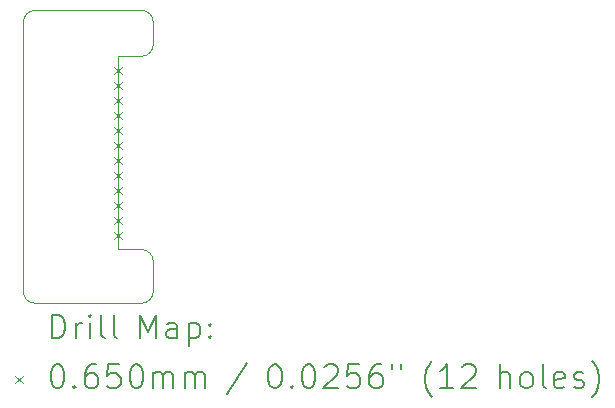
<source format=gbr>
%TF.GenerationSoftware,KiCad,Pcbnew,(7.0.0)*%
%TF.CreationDate,2023-02-28T22:47:43+01:00*%
%TF.ProjectId,N64-DENC-NUS-Adapter-Castellated,4e36342d-4445-44e4-932d-4e55532d4164,rev?*%
%TF.SameCoordinates,Original*%
%TF.FileFunction,Drillmap*%
%TF.FilePolarity,Positive*%
%FSLAX45Y45*%
G04 Gerber Fmt 4.5, Leading zero omitted, Abs format (unit mm)*
G04 Created by KiCad (PCBNEW (7.0.0)) date 2023-02-28 22:47:43*
%MOMM*%
%LPD*%
G01*
G04 APERTURE LIST*
%ADD10C,0.100000*%
%ADD11C,0.200000*%
%ADD12C,0.065000*%
G04 APERTURE END LIST*
D10*
X19300000Y-10610000D02*
G75*
G03*
X19400000Y-10510000I0J100000D01*
G01*
X18300000Y-10510000D02*
X18300000Y-8230000D01*
X18300000Y-10510000D02*
G75*
G03*
X18400000Y-10610000I100000J0D01*
G01*
X19100000Y-8520000D02*
X19100000Y-10155000D01*
X19100000Y-8520000D02*
X19300000Y-8520000D01*
X19400000Y-10255000D02*
X19400000Y-10510000D01*
X19400000Y-8230000D02*
X19400000Y-8420000D01*
X19300000Y-8520000D02*
G75*
G03*
X19400000Y-8420000I0J100000D01*
G01*
X19300000Y-10155000D02*
X19100000Y-10155000D01*
X19400000Y-8230000D02*
G75*
G03*
X19300000Y-8130000I-100000J0D01*
G01*
X18400000Y-8130000D02*
G75*
G03*
X18300000Y-8230000I0J-100000D01*
G01*
X18400000Y-8130000D02*
X19300000Y-8130000D01*
X19300000Y-10610000D02*
X18400000Y-10610000D01*
X19400000Y-10255000D02*
G75*
G03*
X19300000Y-10155000I-100000J0D01*
G01*
D11*
D12*
X19067500Y-8607500D02*
X19132500Y-8672500D01*
X19132500Y-8607500D02*
X19067500Y-8672500D01*
X19067500Y-8734500D02*
X19132500Y-8799500D01*
X19132500Y-8734500D02*
X19067500Y-8799500D01*
X19067500Y-8861500D02*
X19132500Y-8926500D01*
X19132500Y-8861500D02*
X19067500Y-8926500D01*
X19067500Y-8988500D02*
X19132500Y-9053500D01*
X19132500Y-8988500D02*
X19067500Y-9053500D01*
X19067500Y-9115500D02*
X19132500Y-9180500D01*
X19132500Y-9115500D02*
X19067500Y-9180500D01*
X19067500Y-9242500D02*
X19132500Y-9307500D01*
X19132500Y-9242500D02*
X19067500Y-9307500D01*
X19067500Y-9369500D02*
X19132500Y-9434500D01*
X19132500Y-9369500D02*
X19067500Y-9434500D01*
X19067500Y-9496500D02*
X19132500Y-9561500D01*
X19132500Y-9496500D02*
X19067500Y-9561500D01*
X19067500Y-9623500D02*
X19132500Y-9688500D01*
X19132500Y-9623500D02*
X19067500Y-9688500D01*
X19067500Y-9750500D02*
X19132500Y-9815500D01*
X19132500Y-9750500D02*
X19067500Y-9815500D01*
X19067500Y-9877500D02*
X19132500Y-9942500D01*
X19132500Y-9877500D02*
X19067500Y-9942500D01*
X19067500Y-10004500D02*
X19132500Y-10069500D01*
X19132500Y-10004500D02*
X19067500Y-10069500D01*
D11*
X18542619Y-10908476D02*
X18542619Y-10708476D01*
X18542619Y-10708476D02*
X18590238Y-10708476D01*
X18590238Y-10708476D02*
X18618810Y-10718000D01*
X18618810Y-10718000D02*
X18637857Y-10737048D01*
X18637857Y-10737048D02*
X18647381Y-10756095D01*
X18647381Y-10756095D02*
X18656905Y-10794190D01*
X18656905Y-10794190D02*
X18656905Y-10822762D01*
X18656905Y-10822762D02*
X18647381Y-10860857D01*
X18647381Y-10860857D02*
X18637857Y-10879905D01*
X18637857Y-10879905D02*
X18618810Y-10898952D01*
X18618810Y-10898952D02*
X18590238Y-10908476D01*
X18590238Y-10908476D02*
X18542619Y-10908476D01*
X18742619Y-10908476D02*
X18742619Y-10775143D01*
X18742619Y-10813238D02*
X18752143Y-10794190D01*
X18752143Y-10794190D02*
X18761667Y-10784667D01*
X18761667Y-10784667D02*
X18780714Y-10775143D01*
X18780714Y-10775143D02*
X18799762Y-10775143D01*
X18866429Y-10908476D02*
X18866429Y-10775143D01*
X18866429Y-10708476D02*
X18856905Y-10718000D01*
X18856905Y-10718000D02*
X18866429Y-10727524D01*
X18866429Y-10727524D02*
X18875952Y-10718000D01*
X18875952Y-10718000D02*
X18866429Y-10708476D01*
X18866429Y-10708476D02*
X18866429Y-10727524D01*
X18990238Y-10908476D02*
X18971190Y-10898952D01*
X18971190Y-10898952D02*
X18961667Y-10879905D01*
X18961667Y-10879905D02*
X18961667Y-10708476D01*
X19095000Y-10908476D02*
X19075952Y-10898952D01*
X19075952Y-10898952D02*
X19066429Y-10879905D01*
X19066429Y-10879905D02*
X19066429Y-10708476D01*
X19291190Y-10908476D02*
X19291190Y-10708476D01*
X19291190Y-10708476D02*
X19357857Y-10851333D01*
X19357857Y-10851333D02*
X19424524Y-10708476D01*
X19424524Y-10708476D02*
X19424524Y-10908476D01*
X19605476Y-10908476D02*
X19605476Y-10803714D01*
X19605476Y-10803714D02*
X19595952Y-10784667D01*
X19595952Y-10784667D02*
X19576905Y-10775143D01*
X19576905Y-10775143D02*
X19538809Y-10775143D01*
X19538809Y-10775143D02*
X19519762Y-10784667D01*
X19605476Y-10898952D02*
X19586429Y-10908476D01*
X19586429Y-10908476D02*
X19538809Y-10908476D01*
X19538809Y-10908476D02*
X19519762Y-10898952D01*
X19519762Y-10898952D02*
X19510238Y-10879905D01*
X19510238Y-10879905D02*
X19510238Y-10860857D01*
X19510238Y-10860857D02*
X19519762Y-10841810D01*
X19519762Y-10841810D02*
X19538809Y-10832286D01*
X19538809Y-10832286D02*
X19586429Y-10832286D01*
X19586429Y-10832286D02*
X19605476Y-10822762D01*
X19700714Y-10775143D02*
X19700714Y-10975143D01*
X19700714Y-10784667D02*
X19719762Y-10775143D01*
X19719762Y-10775143D02*
X19757857Y-10775143D01*
X19757857Y-10775143D02*
X19776905Y-10784667D01*
X19776905Y-10784667D02*
X19786429Y-10794190D01*
X19786429Y-10794190D02*
X19795952Y-10813238D01*
X19795952Y-10813238D02*
X19795952Y-10870381D01*
X19795952Y-10870381D02*
X19786429Y-10889429D01*
X19786429Y-10889429D02*
X19776905Y-10898952D01*
X19776905Y-10898952D02*
X19757857Y-10908476D01*
X19757857Y-10908476D02*
X19719762Y-10908476D01*
X19719762Y-10908476D02*
X19700714Y-10898952D01*
X19881667Y-10889429D02*
X19891190Y-10898952D01*
X19891190Y-10898952D02*
X19881667Y-10908476D01*
X19881667Y-10908476D02*
X19872143Y-10898952D01*
X19872143Y-10898952D02*
X19881667Y-10889429D01*
X19881667Y-10889429D02*
X19881667Y-10908476D01*
X19881667Y-10784667D02*
X19891190Y-10794190D01*
X19891190Y-10794190D02*
X19881667Y-10803714D01*
X19881667Y-10803714D02*
X19872143Y-10794190D01*
X19872143Y-10794190D02*
X19881667Y-10784667D01*
X19881667Y-10784667D02*
X19881667Y-10803714D01*
D12*
X18230000Y-11222500D02*
X18295000Y-11287500D01*
X18295000Y-11222500D02*
X18230000Y-11287500D01*
D11*
X18580714Y-11128476D02*
X18599762Y-11128476D01*
X18599762Y-11128476D02*
X18618810Y-11138000D01*
X18618810Y-11138000D02*
X18628333Y-11147524D01*
X18628333Y-11147524D02*
X18637857Y-11166571D01*
X18637857Y-11166571D02*
X18647381Y-11204667D01*
X18647381Y-11204667D02*
X18647381Y-11252286D01*
X18647381Y-11252286D02*
X18637857Y-11290381D01*
X18637857Y-11290381D02*
X18628333Y-11309428D01*
X18628333Y-11309428D02*
X18618810Y-11318952D01*
X18618810Y-11318952D02*
X18599762Y-11328476D01*
X18599762Y-11328476D02*
X18580714Y-11328476D01*
X18580714Y-11328476D02*
X18561667Y-11318952D01*
X18561667Y-11318952D02*
X18552143Y-11309428D01*
X18552143Y-11309428D02*
X18542619Y-11290381D01*
X18542619Y-11290381D02*
X18533095Y-11252286D01*
X18533095Y-11252286D02*
X18533095Y-11204667D01*
X18533095Y-11204667D02*
X18542619Y-11166571D01*
X18542619Y-11166571D02*
X18552143Y-11147524D01*
X18552143Y-11147524D02*
X18561667Y-11138000D01*
X18561667Y-11138000D02*
X18580714Y-11128476D01*
X18733095Y-11309428D02*
X18742619Y-11318952D01*
X18742619Y-11318952D02*
X18733095Y-11328476D01*
X18733095Y-11328476D02*
X18723571Y-11318952D01*
X18723571Y-11318952D02*
X18733095Y-11309428D01*
X18733095Y-11309428D02*
X18733095Y-11328476D01*
X18914048Y-11128476D02*
X18875952Y-11128476D01*
X18875952Y-11128476D02*
X18856905Y-11138000D01*
X18856905Y-11138000D02*
X18847381Y-11147524D01*
X18847381Y-11147524D02*
X18828333Y-11176095D01*
X18828333Y-11176095D02*
X18818810Y-11214190D01*
X18818810Y-11214190D02*
X18818810Y-11290381D01*
X18818810Y-11290381D02*
X18828333Y-11309428D01*
X18828333Y-11309428D02*
X18837857Y-11318952D01*
X18837857Y-11318952D02*
X18856905Y-11328476D01*
X18856905Y-11328476D02*
X18895000Y-11328476D01*
X18895000Y-11328476D02*
X18914048Y-11318952D01*
X18914048Y-11318952D02*
X18923571Y-11309428D01*
X18923571Y-11309428D02*
X18933095Y-11290381D01*
X18933095Y-11290381D02*
X18933095Y-11242762D01*
X18933095Y-11242762D02*
X18923571Y-11223714D01*
X18923571Y-11223714D02*
X18914048Y-11214190D01*
X18914048Y-11214190D02*
X18895000Y-11204667D01*
X18895000Y-11204667D02*
X18856905Y-11204667D01*
X18856905Y-11204667D02*
X18837857Y-11214190D01*
X18837857Y-11214190D02*
X18828333Y-11223714D01*
X18828333Y-11223714D02*
X18818810Y-11242762D01*
X19114048Y-11128476D02*
X19018810Y-11128476D01*
X19018810Y-11128476D02*
X19009286Y-11223714D01*
X19009286Y-11223714D02*
X19018810Y-11214190D01*
X19018810Y-11214190D02*
X19037857Y-11204667D01*
X19037857Y-11204667D02*
X19085476Y-11204667D01*
X19085476Y-11204667D02*
X19104524Y-11214190D01*
X19104524Y-11214190D02*
X19114048Y-11223714D01*
X19114048Y-11223714D02*
X19123571Y-11242762D01*
X19123571Y-11242762D02*
X19123571Y-11290381D01*
X19123571Y-11290381D02*
X19114048Y-11309428D01*
X19114048Y-11309428D02*
X19104524Y-11318952D01*
X19104524Y-11318952D02*
X19085476Y-11328476D01*
X19085476Y-11328476D02*
X19037857Y-11328476D01*
X19037857Y-11328476D02*
X19018810Y-11318952D01*
X19018810Y-11318952D02*
X19009286Y-11309428D01*
X19247381Y-11128476D02*
X19266429Y-11128476D01*
X19266429Y-11128476D02*
X19285476Y-11138000D01*
X19285476Y-11138000D02*
X19295000Y-11147524D01*
X19295000Y-11147524D02*
X19304524Y-11166571D01*
X19304524Y-11166571D02*
X19314048Y-11204667D01*
X19314048Y-11204667D02*
X19314048Y-11252286D01*
X19314048Y-11252286D02*
X19304524Y-11290381D01*
X19304524Y-11290381D02*
X19295000Y-11309428D01*
X19295000Y-11309428D02*
X19285476Y-11318952D01*
X19285476Y-11318952D02*
X19266429Y-11328476D01*
X19266429Y-11328476D02*
X19247381Y-11328476D01*
X19247381Y-11328476D02*
X19228333Y-11318952D01*
X19228333Y-11318952D02*
X19218810Y-11309428D01*
X19218810Y-11309428D02*
X19209286Y-11290381D01*
X19209286Y-11290381D02*
X19199762Y-11252286D01*
X19199762Y-11252286D02*
X19199762Y-11204667D01*
X19199762Y-11204667D02*
X19209286Y-11166571D01*
X19209286Y-11166571D02*
X19218810Y-11147524D01*
X19218810Y-11147524D02*
X19228333Y-11138000D01*
X19228333Y-11138000D02*
X19247381Y-11128476D01*
X19399762Y-11328476D02*
X19399762Y-11195143D01*
X19399762Y-11214190D02*
X19409286Y-11204667D01*
X19409286Y-11204667D02*
X19428333Y-11195143D01*
X19428333Y-11195143D02*
X19456905Y-11195143D01*
X19456905Y-11195143D02*
X19475952Y-11204667D01*
X19475952Y-11204667D02*
X19485476Y-11223714D01*
X19485476Y-11223714D02*
X19485476Y-11328476D01*
X19485476Y-11223714D02*
X19495000Y-11204667D01*
X19495000Y-11204667D02*
X19514048Y-11195143D01*
X19514048Y-11195143D02*
X19542619Y-11195143D01*
X19542619Y-11195143D02*
X19561667Y-11204667D01*
X19561667Y-11204667D02*
X19571191Y-11223714D01*
X19571191Y-11223714D02*
X19571191Y-11328476D01*
X19666429Y-11328476D02*
X19666429Y-11195143D01*
X19666429Y-11214190D02*
X19675952Y-11204667D01*
X19675952Y-11204667D02*
X19695000Y-11195143D01*
X19695000Y-11195143D02*
X19723572Y-11195143D01*
X19723572Y-11195143D02*
X19742619Y-11204667D01*
X19742619Y-11204667D02*
X19752143Y-11223714D01*
X19752143Y-11223714D02*
X19752143Y-11328476D01*
X19752143Y-11223714D02*
X19761667Y-11204667D01*
X19761667Y-11204667D02*
X19780714Y-11195143D01*
X19780714Y-11195143D02*
X19809286Y-11195143D01*
X19809286Y-11195143D02*
X19828333Y-11204667D01*
X19828333Y-11204667D02*
X19837857Y-11223714D01*
X19837857Y-11223714D02*
X19837857Y-11328476D01*
X20195952Y-11118952D02*
X20024524Y-11376095D01*
X20420714Y-11128476D02*
X20439762Y-11128476D01*
X20439762Y-11128476D02*
X20458810Y-11138000D01*
X20458810Y-11138000D02*
X20468333Y-11147524D01*
X20468333Y-11147524D02*
X20477857Y-11166571D01*
X20477857Y-11166571D02*
X20487381Y-11204667D01*
X20487381Y-11204667D02*
X20487381Y-11252286D01*
X20487381Y-11252286D02*
X20477857Y-11290381D01*
X20477857Y-11290381D02*
X20468333Y-11309428D01*
X20468333Y-11309428D02*
X20458810Y-11318952D01*
X20458810Y-11318952D02*
X20439762Y-11328476D01*
X20439762Y-11328476D02*
X20420714Y-11328476D01*
X20420714Y-11328476D02*
X20401667Y-11318952D01*
X20401667Y-11318952D02*
X20392143Y-11309428D01*
X20392143Y-11309428D02*
X20382619Y-11290381D01*
X20382619Y-11290381D02*
X20373095Y-11252286D01*
X20373095Y-11252286D02*
X20373095Y-11204667D01*
X20373095Y-11204667D02*
X20382619Y-11166571D01*
X20382619Y-11166571D02*
X20392143Y-11147524D01*
X20392143Y-11147524D02*
X20401667Y-11138000D01*
X20401667Y-11138000D02*
X20420714Y-11128476D01*
X20573095Y-11309428D02*
X20582619Y-11318952D01*
X20582619Y-11318952D02*
X20573095Y-11328476D01*
X20573095Y-11328476D02*
X20563572Y-11318952D01*
X20563572Y-11318952D02*
X20573095Y-11309428D01*
X20573095Y-11309428D02*
X20573095Y-11328476D01*
X20706429Y-11128476D02*
X20725476Y-11128476D01*
X20725476Y-11128476D02*
X20744524Y-11138000D01*
X20744524Y-11138000D02*
X20754048Y-11147524D01*
X20754048Y-11147524D02*
X20763572Y-11166571D01*
X20763572Y-11166571D02*
X20773095Y-11204667D01*
X20773095Y-11204667D02*
X20773095Y-11252286D01*
X20773095Y-11252286D02*
X20763572Y-11290381D01*
X20763572Y-11290381D02*
X20754048Y-11309428D01*
X20754048Y-11309428D02*
X20744524Y-11318952D01*
X20744524Y-11318952D02*
X20725476Y-11328476D01*
X20725476Y-11328476D02*
X20706429Y-11328476D01*
X20706429Y-11328476D02*
X20687381Y-11318952D01*
X20687381Y-11318952D02*
X20677857Y-11309428D01*
X20677857Y-11309428D02*
X20668333Y-11290381D01*
X20668333Y-11290381D02*
X20658810Y-11252286D01*
X20658810Y-11252286D02*
X20658810Y-11204667D01*
X20658810Y-11204667D02*
X20668333Y-11166571D01*
X20668333Y-11166571D02*
X20677857Y-11147524D01*
X20677857Y-11147524D02*
X20687381Y-11138000D01*
X20687381Y-11138000D02*
X20706429Y-11128476D01*
X20849286Y-11147524D02*
X20858810Y-11138000D01*
X20858810Y-11138000D02*
X20877857Y-11128476D01*
X20877857Y-11128476D02*
X20925476Y-11128476D01*
X20925476Y-11128476D02*
X20944524Y-11138000D01*
X20944524Y-11138000D02*
X20954048Y-11147524D01*
X20954048Y-11147524D02*
X20963572Y-11166571D01*
X20963572Y-11166571D02*
X20963572Y-11185619D01*
X20963572Y-11185619D02*
X20954048Y-11214190D01*
X20954048Y-11214190D02*
X20839762Y-11328476D01*
X20839762Y-11328476D02*
X20963572Y-11328476D01*
X21144524Y-11128476D02*
X21049286Y-11128476D01*
X21049286Y-11128476D02*
X21039762Y-11223714D01*
X21039762Y-11223714D02*
X21049286Y-11214190D01*
X21049286Y-11214190D02*
X21068333Y-11204667D01*
X21068333Y-11204667D02*
X21115953Y-11204667D01*
X21115953Y-11204667D02*
X21135000Y-11214190D01*
X21135000Y-11214190D02*
X21144524Y-11223714D01*
X21144524Y-11223714D02*
X21154048Y-11242762D01*
X21154048Y-11242762D02*
X21154048Y-11290381D01*
X21154048Y-11290381D02*
X21144524Y-11309428D01*
X21144524Y-11309428D02*
X21135000Y-11318952D01*
X21135000Y-11318952D02*
X21115953Y-11328476D01*
X21115953Y-11328476D02*
X21068333Y-11328476D01*
X21068333Y-11328476D02*
X21049286Y-11318952D01*
X21049286Y-11318952D02*
X21039762Y-11309428D01*
X21325476Y-11128476D02*
X21287381Y-11128476D01*
X21287381Y-11128476D02*
X21268333Y-11138000D01*
X21268333Y-11138000D02*
X21258810Y-11147524D01*
X21258810Y-11147524D02*
X21239762Y-11176095D01*
X21239762Y-11176095D02*
X21230238Y-11214190D01*
X21230238Y-11214190D02*
X21230238Y-11290381D01*
X21230238Y-11290381D02*
X21239762Y-11309428D01*
X21239762Y-11309428D02*
X21249286Y-11318952D01*
X21249286Y-11318952D02*
X21268333Y-11328476D01*
X21268333Y-11328476D02*
X21306429Y-11328476D01*
X21306429Y-11328476D02*
X21325476Y-11318952D01*
X21325476Y-11318952D02*
X21335000Y-11309428D01*
X21335000Y-11309428D02*
X21344524Y-11290381D01*
X21344524Y-11290381D02*
X21344524Y-11242762D01*
X21344524Y-11242762D02*
X21335000Y-11223714D01*
X21335000Y-11223714D02*
X21325476Y-11214190D01*
X21325476Y-11214190D02*
X21306429Y-11204667D01*
X21306429Y-11204667D02*
X21268333Y-11204667D01*
X21268333Y-11204667D02*
X21249286Y-11214190D01*
X21249286Y-11214190D02*
X21239762Y-11223714D01*
X21239762Y-11223714D02*
X21230238Y-11242762D01*
X21420714Y-11128476D02*
X21420714Y-11166571D01*
X21496905Y-11128476D02*
X21496905Y-11166571D01*
X21759762Y-11404667D02*
X21750238Y-11395143D01*
X21750238Y-11395143D02*
X21731191Y-11366571D01*
X21731191Y-11366571D02*
X21721667Y-11347524D01*
X21721667Y-11347524D02*
X21712143Y-11318952D01*
X21712143Y-11318952D02*
X21702619Y-11271333D01*
X21702619Y-11271333D02*
X21702619Y-11233238D01*
X21702619Y-11233238D02*
X21712143Y-11185619D01*
X21712143Y-11185619D02*
X21721667Y-11157048D01*
X21721667Y-11157048D02*
X21731191Y-11138000D01*
X21731191Y-11138000D02*
X21750238Y-11109429D01*
X21750238Y-11109429D02*
X21759762Y-11099905D01*
X21940714Y-11328476D02*
X21826429Y-11328476D01*
X21883572Y-11328476D02*
X21883572Y-11128476D01*
X21883572Y-11128476D02*
X21864524Y-11157048D01*
X21864524Y-11157048D02*
X21845476Y-11176095D01*
X21845476Y-11176095D02*
X21826429Y-11185619D01*
X22016905Y-11147524D02*
X22026429Y-11138000D01*
X22026429Y-11138000D02*
X22045476Y-11128476D01*
X22045476Y-11128476D02*
X22093095Y-11128476D01*
X22093095Y-11128476D02*
X22112143Y-11138000D01*
X22112143Y-11138000D02*
X22121667Y-11147524D01*
X22121667Y-11147524D02*
X22131191Y-11166571D01*
X22131191Y-11166571D02*
X22131191Y-11185619D01*
X22131191Y-11185619D02*
X22121667Y-11214190D01*
X22121667Y-11214190D02*
X22007381Y-11328476D01*
X22007381Y-11328476D02*
X22131191Y-11328476D01*
X22336905Y-11328476D02*
X22336905Y-11128476D01*
X22422619Y-11328476D02*
X22422619Y-11223714D01*
X22422619Y-11223714D02*
X22413095Y-11204667D01*
X22413095Y-11204667D02*
X22394048Y-11195143D01*
X22394048Y-11195143D02*
X22365476Y-11195143D01*
X22365476Y-11195143D02*
X22346429Y-11204667D01*
X22346429Y-11204667D02*
X22336905Y-11214190D01*
X22546429Y-11328476D02*
X22527381Y-11318952D01*
X22527381Y-11318952D02*
X22517857Y-11309428D01*
X22517857Y-11309428D02*
X22508333Y-11290381D01*
X22508333Y-11290381D02*
X22508333Y-11233238D01*
X22508333Y-11233238D02*
X22517857Y-11214190D01*
X22517857Y-11214190D02*
X22527381Y-11204667D01*
X22527381Y-11204667D02*
X22546429Y-11195143D01*
X22546429Y-11195143D02*
X22575000Y-11195143D01*
X22575000Y-11195143D02*
X22594048Y-11204667D01*
X22594048Y-11204667D02*
X22603572Y-11214190D01*
X22603572Y-11214190D02*
X22613095Y-11233238D01*
X22613095Y-11233238D02*
X22613095Y-11290381D01*
X22613095Y-11290381D02*
X22603572Y-11309428D01*
X22603572Y-11309428D02*
X22594048Y-11318952D01*
X22594048Y-11318952D02*
X22575000Y-11328476D01*
X22575000Y-11328476D02*
X22546429Y-11328476D01*
X22727381Y-11328476D02*
X22708333Y-11318952D01*
X22708333Y-11318952D02*
X22698810Y-11299905D01*
X22698810Y-11299905D02*
X22698810Y-11128476D01*
X22879762Y-11318952D02*
X22860714Y-11328476D01*
X22860714Y-11328476D02*
X22822619Y-11328476D01*
X22822619Y-11328476D02*
X22803572Y-11318952D01*
X22803572Y-11318952D02*
X22794048Y-11299905D01*
X22794048Y-11299905D02*
X22794048Y-11223714D01*
X22794048Y-11223714D02*
X22803572Y-11204667D01*
X22803572Y-11204667D02*
X22822619Y-11195143D01*
X22822619Y-11195143D02*
X22860714Y-11195143D01*
X22860714Y-11195143D02*
X22879762Y-11204667D01*
X22879762Y-11204667D02*
X22889286Y-11223714D01*
X22889286Y-11223714D02*
X22889286Y-11242762D01*
X22889286Y-11242762D02*
X22794048Y-11261809D01*
X22965476Y-11318952D02*
X22984524Y-11328476D01*
X22984524Y-11328476D02*
X23022619Y-11328476D01*
X23022619Y-11328476D02*
X23041667Y-11318952D01*
X23041667Y-11318952D02*
X23051191Y-11299905D01*
X23051191Y-11299905D02*
X23051191Y-11290381D01*
X23051191Y-11290381D02*
X23041667Y-11271333D01*
X23041667Y-11271333D02*
X23022619Y-11261809D01*
X23022619Y-11261809D02*
X22994048Y-11261809D01*
X22994048Y-11261809D02*
X22975000Y-11252286D01*
X22975000Y-11252286D02*
X22965476Y-11233238D01*
X22965476Y-11233238D02*
X22965476Y-11223714D01*
X22965476Y-11223714D02*
X22975000Y-11204667D01*
X22975000Y-11204667D02*
X22994048Y-11195143D01*
X22994048Y-11195143D02*
X23022619Y-11195143D01*
X23022619Y-11195143D02*
X23041667Y-11204667D01*
X23117857Y-11404667D02*
X23127381Y-11395143D01*
X23127381Y-11395143D02*
X23146429Y-11366571D01*
X23146429Y-11366571D02*
X23155953Y-11347524D01*
X23155953Y-11347524D02*
X23165476Y-11318952D01*
X23165476Y-11318952D02*
X23175000Y-11271333D01*
X23175000Y-11271333D02*
X23175000Y-11233238D01*
X23175000Y-11233238D02*
X23165476Y-11185619D01*
X23165476Y-11185619D02*
X23155953Y-11157048D01*
X23155953Y-11157048D02*
X23146429Y-11138000D01*
X23146429Y-11138000D02*
X23127381Y-11109429D01*
X23127381Y-11109429D02*
X23117857Y-11099905D01*
M02*

</source>
